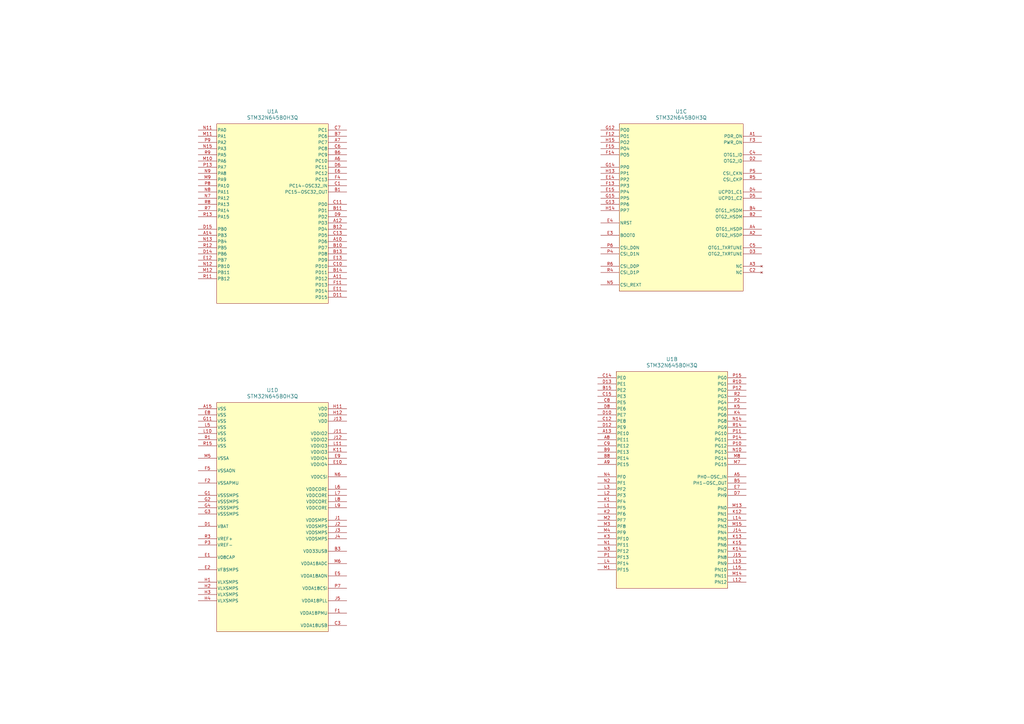
<source format=kicad_sch>
(kicad_sch (version 20250114) (generator "eeschema") (generator_version "9.0")
  (paper "A3")
  (lib_symbols
    (symbol "Microcontrollers:STM32N645B0H3Q" (pin_names (offset 0.254))
      (property "Reference" "U" (at 30.48 10.16 0))
      (property "Value" "STM32N645B0H3Q" (at 30.48 7.62 0))
      (symbol "STM32N645B0H3Q_1_1"
        (rectangle (start 7.62 2.54) (end 53.34 -71.12) (fill (type background)))
        (pin bidirectional line (at 0 0 0) (length 7.62) (name "PA0") (number "N11"))
        (pin bidirectional line (at 0 -2.54 0) (length 7.62) (name "PA1") (number "M11"))
        (pin bidirectional line (at 0 -5.08 0) (length 7.62) (name "PA2") (number "P9"))
        (pin bidirectional line (at 0 -7.62 0) (length 7.62) (name "PA3") (number "N15"))
        (pin bidirectional line (at 0 -10.16 0) (length 7.62) (name "PA5") (number "R9"))
        (pin bidirectional line (at 0 -12.7 0) (length 7.62) (name "PA6") (number "M10"))
        (pin bidirectional line (at 0 -15.24 0) (length 7.62) (name "PA7") (number "P13"))
        (pin bidirectional line (at 0 -17.78 0) (length 7.62) (name "PA8") (number "N9"))
        (pin bidirectional line (at 0 -20.32 0) (length 7.62) (name "PA9") (number "M9"))
        (pin bidirectional line (at 0 -22.86 0) (length 7.62) (name "PA10") (number "P8"))
        (pin bidirectional line (at 0 -25.4 0) (length 7.62) (name "PA11") (number "N8"))
        (pin bidirectional line (at 0 -27.94 0) (length 7.62) (name "PA12") (number "N7"))
        (pin bidirectional line (at 0 -30.48 0) (length 7.62) (name "PA13") (number "R8"))
        (pin bidirectional line (at 0 -33.02 0) (length 7.62) (name "PA14") (number "R7"))
        (pin bidirectional line (at 0 -35.56 0) (length 7.62) (name "PA15") (number "R13"))
        (pin bidirectional line (at 0 -40.64 0) (length 7.62) (name "PB0") (number "D15"))
        (pin bidirectional line (at 0 -43.18 0) (length 7.62) (name "PB3") (number "A14"))
        (pin bidirectional line (at 0 -45.72 0) (length 7.62) (name "PB4") (number "N13"))
        (pin bidirectional line (at 0 -48.26 0) (length 7.62) (name "PB5") (number "R12"))
        (pin bidirectional line (at 0 -50.8 0) (length 7.62) (name "PB6") (number "D14"))
        (pin bidirectional line (at 0 -53.34 0) (length 7.62) (name "PB7") (number "E12"))
        (pin bidirectional line (at 0 -55.88 0) (length 7.62) (name "PB10") (number "N12"))
        (pin bidirectional line (at 0 -58.42 0) (length 7.62) (name "PB11") (number "M12"))
        (pin bidirectional line (at 0 -60.96 0) (length 7.62) (name "PB12") (number "R11"))
        (pin bidirectional line (at 60.96 0 180) (length 7.62) (name "PC1") (number "C7"))
        (pin bidirectional line (at 60.96 -2.54 180) (length 7.62) (name "PC6") (number "B7"))
        (pin bidirectional line (at 60.96 -5.08 180) (length 7.62) (name "PC7") (number "A7"))
        (pin bidirectional line (at 60.96 -7.62 180) (length 7.62) (name "PC8") (number "C6"))
        (pin bidirectional line (at 60.96 -10.16 180) (length 7.62) (name "PC9") (number "B6"))
        (pin bidirectional line (at 60.96 -12.7 180) (length 7.62) (name "PC10") (number "A6"))
        (pin bidirectional line (at 60.96 -15.24 180) (length 7.62) (name "PC11") (number "D6"))
        (pin bidirectional line (at 60.96 -17.78 180) (length 7.62) (name "PC12") (number "E6"))
        (pin bidirectional line (at 60.96 -20.32 180) (length 7.62) (name "PC13") (number "F4"))
        (pin bidirectional line (at 60.96 -22.86 180) (length 7.62) (name "PC14-OSC32_IN") (number "C1"))
        (pin bidirectional line (at 60.96 -25.4 180) (length 7.62) (name "PC15-OSC32_OUT") (number "B1"))
        (pin bidirectional line (at 60.96 -30.48 180) (length 7.62) (name "PD0") (number "C11"))
        (pin bidirectional line (at 60.96 -33.02 180) (length 7.62) (name "PD1") (number "B11"))
        (pin bidirectional line (at 60.96 -35.56 180) (length 7.62) (name "PD2") (number "D9"))
        (pin bidirectional line (at 60.96 -38.1 180) (length 7.62) (name "PD3") (number "A12"))
        (pin bidirectional line (at 60.96 -40.64 180) (length 7.62) (name "PD4") (number "B12"))
        (pin bidirectional line (at 60.96 -43.18 180) (length 7.62) (name "PD5") (number "C13"))
        (pin bidirectional line (at 60.96 -45.72 180) (length 7.62) (name "PD6") (number "A10"))
        (pin bidirectional line (at 60.96 -48.26 180) (length 7.62) (name "PD7") (number "B10"))
        (pin bidirectional line (at 60.96 -50.8 180) (length 7.62) (name "PD8") (number "B13"))
        (pin bidirectional line (at 60.96 -53.34 180) (length 7.62) (name "PD9") (number "E13"))
        (pin bidirectional line (at 60.96 -55.88 180) (length 7.62) (name "PD10") (number "C10"))
        (pin bidirectional line (at 60.96 -58.42 180) (length 7.62) (name "PD11") (number "B14"))
        (pin bidirectional line (at 60.96 -60.96 180) (length 7.62) (name "PD12") (number "A11"))
        (pin bidirectional line (at 60.96 -63.5 180) (length 7.62) (name "PD13") (number "F11"))
        (pin bidirectional line (at 60.96 -66.04 180) (length 7.62) (name "PD14") (number "E11"))
        (pin bidirectional line (at 60.96 -68.58 180) (length 7.62) (name "PD15") (number "D11"))
      )
      (symbol "STM32N645B0H3Q_2_1"
        (rectangle (start 7.62 2.54) (end 53.34 -86.36) (fill (type background)))
        (pin bidirectional line (at 0 0 0) (length 7.62) (name "PE0") (number "C14"))
        (pin bidirectional line (at 0 -2.54 0) (length 7.62) (name "PE1") (number "D13"))
        (pin bidirectional line (at 0 -5.08 0) (length 7.62) (name "PE2") (number "B15"))
        (pin bidirectional line (at 0 -7.62 0) (length 7.62) (name "PE3") (number "C15"))
        (pin bidirectional line (at 0 -10.16 0) (length 7.62) (name "PE5") (number "C8"))
        (pin bidirectional line (at 0 -12.7 0) (length 7.62) (name "PE6") (number "D8"))
        (pin bidirectional line (at 0 -15.24 0) (length 7.62) (name "PE7") (number "D10"))
        (pin bidirectional line (at 0 -17.78 0) (length 7.62) (name "PE8") (number "C12"))
        (pin bidirectional line (at 0 -20.32 0) (length 7.62) (name "PE9") (number "D12"))
        (pin bidirectional line (at 0 -22.86 0) (length 7.62) (name "PE10") (number "A13"))
        (pin bidirectional line (at 0 -25.4 0) (length 7.62) (name "PE11") (number "A8"))
        (pin bidirectional line (at 0 -27.94 0) (length 7.62) (name "PE12") (number "C9"))
        (pin bidirectional line (at 0 -30.48 0) (length 7.62) (name "PE13") (number "B9"))
        (pin bidirectional line (at 0 -33.02 0) (length 7.62) (name "PE14") (number "B8"))
        (pin bidirectional line (at 0 -35.56 0) (length 7.62) (name "PE15") (number "A9"))
        (pin bidirectional line (at 0 -40.64 0) (length 7.62) (name "PF0") (number "N4"))
        (pin bidirectional line (at 0 -43.18 0) (length 7.62) (name "PF1") (number "N2"))
        (pin bidirectional line (at 0 -45.72 0) (length 7.62) (name "PF2") (number "L3"))
        (pin bidirectional line (at 0 -48.26 0) (length 7.62) (name "PF3") (number "L2"))
        (pin bidirectional line (at 0 -50.8 0) (length 7.62) (name "PF4") (number "K1"))
        (pin unspecified line (at 0 -53.34 0) (length 7.62) (name "PF5") (number "L1"))
        (pin bidirectional line (at 0 -55.88 0) (length 7.62) (name "PF6") (number "K2"))
        (pin bidirectional line (at 0 -58.42 0) (length 7.62) (name "PF7") (number "M2"))
        (pin bidirectional line (at 0 -60.96 0) (length 7.62) (name "PF8") (number "M3"))
        (pin bidirectional line (at 0 -63.5 0) (length 7.62) (name "PF9") (number "M4"))
        (pin bidirectional line (at 0 -66.04 0) (length 7.62) (name "PF10") (number "K3"))
        (pin bidirectional line (at 0 -68.58 0) (length 7.62) (name "PF11") (number "N1"))
        (pin bidirectional line (at 0 -71.12 0) (length 7.62) (name "PF12") (number "N3"))
        (pin bidirectional line (at 0 -73.66 0) (length 7.62) (name "PF13") (number "P1"))
        (pin bidirectional line (at 0 -76.2 0) (length 7.62) (name "PF14") (number "L4"))
        (pin bidirectional line (at 0 -78.74 0) (length 7.62) (name "PF15") (number "M1"))
        (pin bidirectional line (at 60.96 0 180) (length 7.62) (name "PG0") (number "P15"))
        (pin bidirectional line (at 60.96 -2.54 180) (length 7.62) (name "PG1") (number "R10"))
        (pin bidirectional line (at 60.96 -5.08 180) (length 7.62) (name "PG2") (number "P12"))
        (pin bidirectional line (at 60.96 -7.62 180) (length 7.62) (name "PG3") (number "R2"))
        (pin bidirectional line (at 60.96 -10.16 180) (length 7.62) (name "PG4") (number "P2"))
        (pin bidirectional line (at 60.96 -12.7 180) (length 7.62) (name "PG5") (number "K5"))
        (pin bidirectional line (at 60.96 -15.24 180) (length 7.62) (name "PG6") (number "K4"))
        (pin bidirectional line (at 60.96 -17.78 180) (length 7.62) (name "PG8") (number "N14"))
        (pin bidirectional line (at 60.96 -20.32 180) (length 7.62) (name "PG9") (number "R14"))
        (pin bidirectional line (at 60.96 -22.86 180) (length 7.62) (name "PG10") (number "P11"))
        (pin bidirectional line (at 60.96 -25.4 180) (length 7.62) (name "PG11") (number "P14"))
        (pin bidirectional line (at 60.96 -27.94 180) (length 7.62) (name "PG12") (number "P10"))
        (pin bidirectional line (at 60.96 -30.48 180) (length 7.62) (name "PG13") (number "N10"))
        (pin bidirectional line (at 60.96 -33.02 180) (length 7.62) (name "PG14") (number "M8"))
        (pin bidirectional line (at 60.96 -35.56 180) (length 7.62) (name "PG15") (number "M7"))
        (pin bidirectional line (at 60.96 -40.64 180) (length 7.62) (name "PH0-OSC_IN") (number "A5"))
        (pin bidirectional line (at 60.96 -43.18 180) (length 7.62) (name "PH1-OSC_OUT") (number "B5"))
        (pin bidirectional line (at 60.96 -45.72 180) (length 7.62) (name "PH2") (number "E7"))
        (pin bidirectional line (at 60.96 -48.26 180) (length 7.62) (name "PH9") (number "D7"))
        (pin bidirectional line (at 60.96 -53.34 180) (length 7.62) (name "PN0") (number "M13"))
        (pin bidirectional line (at 60.96 -55.88 180) (length 7.62) (name "PN1") (number "K12"))
        (pin bidirectional line (at 60.96 -58.42 180) (length 7.62) (name "PN2") (number "L14"))
        (pin bidirectional line (at 60.96 -60.96 180) (length 7.62) (name "PN3") (number "M15"))
        (pin bidirectional line (at 60.96 -63.5 180) (length 7.62) (name "PN4") (number "J14"))
        (pin bidirectional line (at 60.96 -66.04 180) (length 7.62) (name "PN5") (number "K13"))
        (pin bidirectional line (at 60.96 -68.58 180) (length 7.62) (name "PN6") (number "K15"))
        (pin bidirectional line (at 60.96 -71.12 180) (length 7.62) (name "PN7") (number "K14"))
        (pin bidirectional line (at 60.96 -73.66 180) (length 7.62) (name "PN8") (number "J15"))
        (pin bidirectional line (at 60.96 -76.2 180) (length 7.62) (name "PN9") (number "L13"))
        (pin bidirectional line (at 60.96 -78.74 180) (length 7.62) (name "PN10") (number "L15"))
        (pin bidirectional line (at 60.96 -81.28 180) (length 7.62) (name "PN11") (number "M14"))
        (pin bidirectional line (at 60.96 -83.82 180) (length 7.62) (name "PN12") (number "L12"))
      )
      (symbol "STM32N645B0H3Q_3_1"
        (rectangle (start 7.62 2.54) (end 58.42 -66.04) (fill (type background)))
        (pin bidirectional line (at 0 0 0) (length 7.62) (name "PO0") (number "G12"))
        (pin bidirectional line (at 0 -2.54 0) (length 7.62) (name "PO1") (number "F12"))
        (pin bidirectional line (at 0 -5.08 0) (length 7.62) (name "PO2") (number "H15"))
        (pin bidirectional line (at 0 -7.62 0) (length 7.62) (name "PO4") (number "F15"))
        (pin bidirectional line (at 0 -10.16 0) (length 7.62) (name "PO5") (number "F14"))
        (pin bidirectional line (at 0 -15.24 0) (length 7.62) (name "PP0") (number "G14"))
        (pin bidirectional line (at 0 -17.78 0) (length 7.62) (name "PP1") (number "H13"))
        (pin bidirectional line (at 0 -20.32 0) (length 7.62) (name "PP2") (number "E14"))
        (pin bidirectional line (at 0 -22.86 0) (length 7.62) (name "PP3") (number "F13"))
        (pin bidirectional line (at 0 -25.4 0) (length 7.62) (name "PP4") (number "E15"))
        (pin bidirectional line (at 0 -27.94 0) (length 7.62) (name "PP5") (number "G15"))
        (pin bidirectional line (at 0 -30.48 0) (length 7.62) (name "PP6") (number "G13"))
        (pin bidirectional line (at 0 -33.02 0) (length 7.62) (name "PP7") (number "H14"))
        (pin bidirectional line (at 0 -38.1 0) (length 7.62) (name "NRST") (number "E4"))
        (pin input line (at 0 -43.18 0) (length 7.62) (name "BOOT0") (number "E3"))
        (pin bidirectional line (at 0 -48.26 0) (length 7.62) (name "CSI_D0N") (number "P6"))
        (pin bidirectional line (at 0 -50.8 0) (length 7.62) (name "CSI_D1N") (number "P4"))
        (pin bidirectional line (at 0 -55.88 0) (length 7.62) (name "CSI_D0P") (number "R6"))
        (pin bidirectional line (at 0 -58.42 0) (length 7.62) (name "CSI_D1P") (number "R4"))
        (pin bidirectional line (at 0 -63.5 0) (length 7.62) (name "CSI_REXT") (number "N5"))
        (pin bidirectional line (at 66.04 -2.54 180) (length 7.62) (name "PDR_ON") (number "A1"))
        (pin bidirectional line (at 66.04 -5.08 180) (length 7.62) (name "PWR_ON") (number "F3"))
        (pin bidirectional line (at 66.04 -10.16 180) (length 7.62) (name "OTG1_ID") (number "C4"))
        (pin bidirectional line (at 66.04 -12.7 180) (length 7.62) (name "OTG2_ID") (number "D2"))
        (pin bidirectional line (at 66.04 -17.78 180) (length 7.62) (name "CSI_CKN") (number "P5"))
        (pin bidirectional line (at 66.04 -20.32 180) (length 7.62) (name "CSI_CKP") (number "R5"))
        (pin bidirectional line (at 66.04 -25.4 180) (length 7.62) (name "UCPD1_C1") (number "D4"))
        (pin bidirectional line (at 66.04 -27.94 180) (length 7.62) (name "UCPD1_C2") (number "D5"))
        (pin bidirectional line (at 66.04 -33.02 180) (length 7.62) (name "OTG1_HSDM") (number "B4"))
        (pin bidirectional line (at 66.04 -35.56 180) (length 7.62) (name "OTG2_HSDM") (number "B2"))
        (pin bidirectional line (at 66.04 -40.64 180) (length 7.62) (name "OTG1_HSDP") (number "A4"))
        (pin bidirectional line (at 66.04 -43.18 180) (length 7.62) (name "OTG2_HSDP") (number "A2"))
        (pin bidirectional line (at 66.04 -48.26 180) (length 7.62) (name "OTG1_TXRTUNE") (number "C5"))
        (pin bidirectional line (at 66.04 -50.8 180) (length 7.62) (name "OTG2_TXRTUNE") (number "D3"))
        (pin no_connect line (at 66.04 -55.88 180) (length 7.62) (name "NC") (number "A3"))
        (pin no_connect line (at 66.04 -58.42 180) (length 7.62) (name "NC") (number "C2"))
      )
      (symbol "STM32N645B0H3Q_4_1"
        (rectangle (start 7.62 2.54) (end 53.34 -91.44) (fill (type background)))
        (pin power_in line (at 0 0 0) (length 7.62) (name "VSS") (number "A15"))
        (pin power_in line (at 0 -2.54 0) (length 7.62) (name "VSS") (number "E8"))
        (pin power_in line (at 0 -5.08 0) (length 7.62) (name "VSS") (number "G11"))
        (pin power_in line (at 0 -7.62 0) (length 7.62) (name "VSS") (number "L5"))
        (pin power_in line (at 0 -10.16 0) (length 7.62) (name "VSS") (number "L10"))
        (pin power_in line (at 0 -12.7 0) (length 7.62) (name "VSS") (number "R1"))
        (pin power_in line (at 0 -15.24 0) (length 7.62) (name "VSS") (number "R15"))
        (pin power_in line (at 0 -20.32 0) (length 7.62) (name "VSSA") (number "M5"))
        (pin power_in line (at 0 -25.4 0) (length 7.62) (name "VSSAON") (number "F5"))
        (pin power_in line (at 0 -30.48 0) (length 7.62) (name "VSSAPMU") (number "F2"))
        (pin power_in line (at 0 -35.56 0) (length 7.62) (name "VSSSMPS") (number "G1"))
        (pin power_in line (at 0 -38.1 0) (length 7.62) (name "VSSSMPS") (number "G2"))
        (pin power_in line (at 0 -40.64 0) (length 7.62) (name "VSSSMPS") (number "G4"))
        (pin power_in line (at 0 -43.18 0) (length 7.62) (name "VSSSMPS") (number "G3"))
        (pin power_in line (at 0 -48.26 0) (length 7.62) (name "VBAT") (number "D1"))
        (pin power_in line (at 0 -53.34 0) (length 7.62) (name "VREF+") (number "R3"))
        (pin power_in line (at 0 -55.88 0) (length 7.62) (name "VREF-") (number "P3"))
        (pin power_in line (at 0 -60.96 0) (length 7.62) (name "V08CAP") (number "E1"))
        (pin power_in line (at 0 -66.04 0) (length 7.62) (name "VFBSMPS") (number "E2"))
        (pin power_in line (at 0 -71.12 0) (length 7.62) (name "VLXSMPS") (number "H1"))
        (pin power_in line (at 0 -73.66 0) (length 7.62) (name "VLXSMPS") (number "H2"))
        (pin power_in line (at 0 -76.2 0) (length 7.62) (name "VLXSMPS") (number "H3"))
        (pin power_in line (at 0 -78.74 0) (length 7.62) (name "VLXSMPS") (number "H4"))
        (pin power_in line (at 60.96 0 180) (length 7.62) (name "VDD") (number "H11"))
        (pin power_in line (at 60.96 -2.54 180) (length 7.62) (name "VDD") (number "H12"))
        (pin power_in line (at 60.96 -5.08 180) (length 7.62) (name "VDD") (number "J13"))
        (pin power_in line (at 60.96 -10.16 180) (length 7.62) (name "VDDIO2") (number "J11"))
        (pin power_in line (at 60.96 -12.7 180) (length 7.62) (name "VDDIO2") (number "J12"))
        (pin power_in line (at 60.96 -15.24 180) (length 7.62) (name "VDDIO3") (number "L11"))
        (pin power_in line (at 60.96 -17.78 180) (length 7.62) (name "VDDIO3") (number "K11"))
        (pin power_in line (at 60.96 -20.32 180) (length 7.62) (name "VDDIO4") (number "E9"))
        (pin power_in line (at 60.96 -22.86 180) (length 7.62) (name "VDDIO4") (number "E10"))
        (pin power_in line (at 60.96 -27.94 180) (length 7.62) (name "VDDCSI") (number "N6"))
        (pin power_in line (at 60.96 -33.02 180) (length 7.62) (name "VDDCORE") (number "L6"))
        (pin power_in line (at 60.96 -35.56 180) (length 7.62) (name "VDDCORE") (number "L7"))
        (pin power_in line (at 60.96 -38.1 180) (length 7.62) (name "VDDCORE") (number "L8"))
        (pin power_in line (at 60.96 -40.64 180) (length 7.62) (name "VDDCORE") (number "L9"))
        (pin power_in line (at 60.96 -45.72 180) (length 7.62) (name "VDDSMPS") (number "J1"))
        (pin power_in line (at 60.96 -48.26 180) (length 7.62) (name "VDDSMPS") (number "J2"))
        (pin power_in line (at 60.96 -50.8 180) (length 7.62) (name "VDDSMPS") (number "J3"))
        (pin power_in line (at 60.96 -53.34 180) (length 7.62) (name "VDDSMPS") (number "J4"))
        (pin power_in line (at 60.96 -58.42 180) (length 7.62) (name "VDD33USB") (number "B3"))
        (pin power_in line (at 60.96 -63.5 180) (length 7.62) (name "VDDA18ADC") (number "M6"))
        (pin power_in line (at 60.96 -68.58 180) (length 7.62) (name "VDDA18AON") (number "E5"))
        (pin power_in line (at 60.96 -73.66 180) (length 7.62) (name "VDDA18CSI") (number "P7"))
        (pin power_in line (at 60.96 -78.74 180) (length 7.62) (name "VDDA18PLL") (number "J5"))
        (pin power_in line (at 60.96 -83.82 180) (length 7.62) (name "VDDA18PMU") (number "F1"))
        (pin power_in line (at 60.96 -88.9 180) (length 7.62) (name "VDDA18USB") (number "C3"))
      )
    )
  )
  (symbol (lib_id "Microcontrollers:STM32N645B0H3Q") (at 246.38 53.34 0) (unit 3)
    (property "Reference" "U1" (at 279.4 45.72 0) (effects (font (size 1.524 1.524))))
    (property "Value" "STM32N645B0H3Q" (at 279.4 48.26 0) (effects (font (size 1.524 1.524))))
    (property "Footprint" "footprints:VFBGA198_10X10_STM" (effects (hide yes)))
    (property "Datasheet" "https://www.st.com/resource/en/datasheet/stm32n645b0.pdf" (effects (hide yes)))
    (property "Description" "ARM® Cortex®-M55F STM32N6 Microcontroller IC 32-Bit 800MHz ROMless 198-VFBGA (10x10)" (effects (hide yes)))
    (property "Manufacturer" "STM" (effects (hide yes)))
    (property "ManufacturerPartNumber" "STM32N645B0H3Q" (effects (hide yes)))
    (property "Supplier1" "Mouser" (effects (hide yes)))
    (property "Supplier1PartNumber" "511-STM32N645B0H3Q " (effects (hide yes)))
    (property "Supplier2" "Digi-Key" (effects (hide yes)))
    (property "Supplier2PartNumber" "497-STM32N645B0H3Q-ND" (effects (hide yes)))
    (property "Min Temperature (C)" "-40" (effects (hide yes)))
    (property "Max Temperature (C)" "125" (effects (hide yes)))
  )
  (symbol (lib_id "Microcontrollers:STM32N645B0H3Q") (at 81.28 167.64 0) (unit 4)
    (property "Reference" "U1" (at 111.76 160.02 0) (effects (font (size 1.524 1.524))))
    (property "Value" "STM32N645B0H3Q" (at 111.76 162.56 0) (effects (font (size 1.524 1.524))))
    (property "Footprint" "footprints:VFBGA198_10X10_STM" (effects (hide yes)))
    (property "Datasheet" "https://www.st.com/resource/en/datasheet/stm32n645b0.pdf" (effects (hide yes)))
    (property "Description" "ARM® Cortex®-M55F STM32N6 Microcontroller IC 32-Bit 800MHz ROMless 198-VFBGA (10x10)" (effects (hide yes)))
    (property "Manufacturer" "STM" (effects (hide yes)))
    (property "ManufacturerPartNumber" "STM32N645B0H3Q" (effects (hide yes)))
    (property "Supplier1" "Mouser" (effects (hide yes)))
    (property "Supplier1PartNumber" "511-STM32N645B0H3Q " (effects (hide yes)))
    (property "Supplier2" "Digi-Key" (effects (hide yes)))
    (property "Supplier2PartNumber" "497-STM32N645B0H3Q-ND" (effects (hide yes)))
    (property "Min Temperature (C)" "-40" (effects (hide yes)))
    (property "Max Temperature (C)" "125" (effects (hide yes)))
  )
  (symbol (lib_id "Microcontrollers:STM32N645B0H3Q") (at 245.11 154.94 0) (unit 2)
    (property "Reference" "U1" (at 275.59 147.32 0) (effects (font (size 1.524 1.524))))
    (property "Value" "STM32N645B0H3Q" (at 275.59 149.86 0) (effects (font (size 1.524 1.524))))
    (property "Footprint" "footprints:VFBGA198_10X10_STM" (effects (hide yes)))
    (property "Datasheet" "https://www.st.com/resource/en/datasheet/stm32n645b0.pdf" (effects (hide yes)))
    (property "Description" "ARM® Cortex®-M55F STM32N6 Microcontroller IC 32-Bit 800MHz ROMless 198-VFBGA (10x10)" (effects (hide yes)))
    (property "Manufacturer" "STM" (effects (hide yes)))
    (property "ManufacturerPartNumber" "STM32N645B0H3Q" (effects (hide yes)))
    (property "Supplier1" "Mouser" (effects (hide yes)))
    (property "Supplier1PartNumber" "511-STM32N645B0H3Q " (effects (hide yes)))
    (property "Supplier2" "Digi-Key" (effects (hide yes)))
    (property "Supplier2PartNumber" "497-STM32N645B0H3Q-ND" (effects (hide yes)))
    (property "Min Temperature (C)" "-40" (effects (hide yes)))
    (property "Max Temperature (C)" "125" (effects (hide yes)))
  )
  (symbol (lib_id "Microcontrollers:STM32N645B0H3Q") (at 81.28 53.34 0) (unit 1)
    (property "Reference" "U1" (at 111.76 45.72 0) (effects (font (size 1.524 1.524))))
    (property "Value" "STM32N645B0H3Q" (at 111.76 48.26 0) (effects (font (size 1.524 1.524))))
    (property "Footprint" "footprints:VFBGA198_10X10_STM" (effects (hide yes)))
    (property "Datasheet" "https://www.st.com/resource/en/datasheet/stm32n645b0.pdf" (effects (hide yes)))
    (property "Description" "ARM® Cortex®-M55F STM32N6 Microcontroller IC 32-Bit 800MHz ROMless 198-VFBGA (10x10)" (effects (hide yes)))
    (property "Manufacturer" "STM" (effects (hide yes)))
    (property "ManufacturerPartNumber" "STM32N645B0H3Q" (effects (hide yes)))
    (property "Supplier1" "Mouser" (effects (hide yes)))
    (property "Supplier1PartNumber" "511-STM32N645B0H3Q " (effects (hide yes)))
    (property "Supplier2" "Digi-Key" (effects (hide yes)))
    (property "Supplier2PartNumber" "497-STM32N645B0H3Q-ND" (effects (hide yes)))
    (property "Min Temperature (C)" "-40" (effects (hide yes)))
    (property "Max Temperature (C)" "125" (effects (hide yes)))
  )
)
</source>
